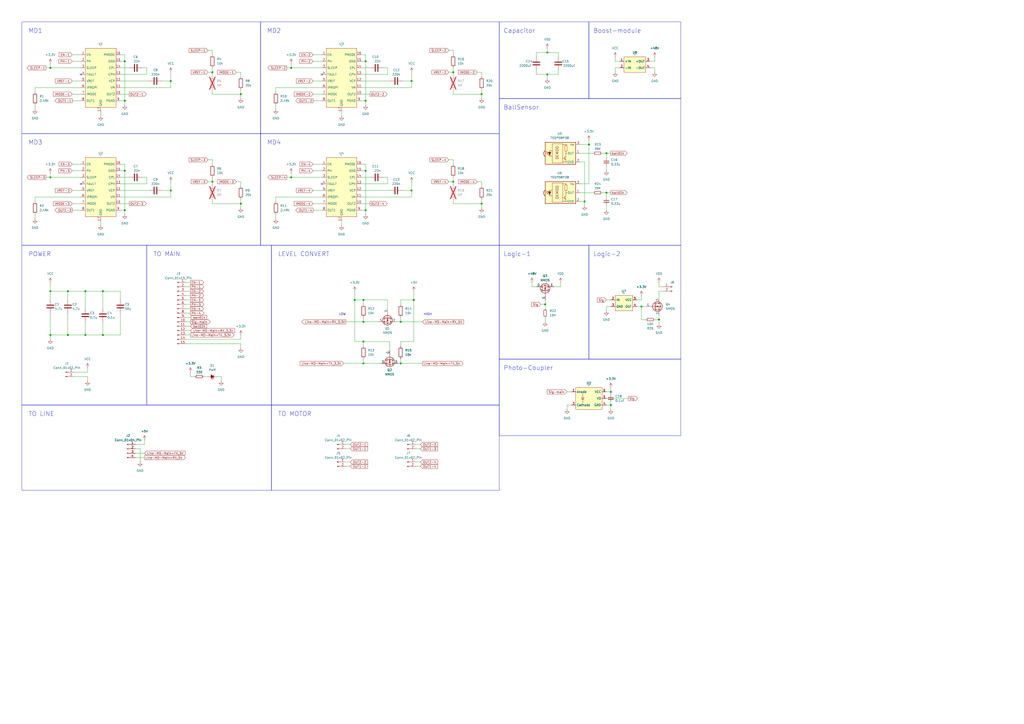
<source format=kicad_sch>
(kicad_sch (version 20231120) (generator "eeschema") (generator_version "8.0")
  (paper "A2")
  (junction (at 262.89 105.41))
  (junction (at 59.69 168.91))
  (junction (at 212.09 58.42))
  (junction (at 210.82 198.12))
  (junction (at 354.33 227.33))
  (junction (at 212.09 99.06))
  (junction (at 123.19 41.91))
  (junction (at 279.4 54.61))
  (junction (at 99.06 110.49))
  (junction (at 72.39 58.42))
  (junction (at 29.21 39.37))
  (junction (at 210.82 173.99))
  (junction (at 238.76 46.99))
  (junction (at 240.03 173.99))
  (junction (at 123.19 105.41))
  (junction (at 382.27 185.42))
  (junction (at 29.21 194.31))
  (junction (at 210.82 186.69))
  (junction (at 168.91 102.87))
  (junction (at 351.79 111.76))
  (junction (at 316.23 176.53))
  (junction (at 39.37 194.31))
  (junction (at 99.06 46.99))
  (junction (at 49.53 194.31))
  (junction (at 317.5 30.48))
  (junction (at 205.74 173.99))
  (junction (at 59.69 194.31))
  (junction (at 139.7 54.61))
  (junction (at 339.09 116.84))
  (junction (at 279.4 118.11))
  (junction (at 232.41 210.82))
  (junction (at 210.82 210.82))
  (junction (at 212.09 35.56))
  (junction (at 39.37 168.91))
  (junction (at 354.33 234.95))
  (junction (at 72.39 35.56))
  (junction (at 351.79 88.9))
  (junction (at 372.11 177.8))
  (junction (at 212.09 121.92))
  (junction (at 72.39 99.06))
  (junction (at 29.21 102.87))
  (junction (at 232.41 186.69))
  (junction (at 317.5 43.18))
  (junction (at 238.76 110.49))
  (junction (at 341.63 83.82))
  (junction (at 168.91 39.37))
  (junction (at 262.89 41.91))
  (junction (at 139.7 118.11))
  (junction (at 49.53 168.91))
  (junction (at 29.21 168.91))
  (junction (at 72.39 121.92))
  (no_connect (at 186.69 106.68))
  (no_connect (at 46.99 43.18))
  (no_connect (at 46.99 106.68))
  (no_connect (at 186.69 43.18))
  (wire (pts (xy 110.49 163.83) (xy 107.95 163.83)))
  (wire (pts (xy 351.79 111.76) (xy 351.79 114.3)))
  (wire (pts (xy 226.06 198.12) (xy 226.06 203.2)))
  (wire (pts (xy 209.55 95.25) (xy 212.09 95.25)))
  (wire (pts (xy 82.55 39.37) (xy 85.09 39.37)))
  (wire (pts (xy 240.03 198.12) (xy 232.41 198.12)))
  (wire (pts (xy 328.93 234.95) (xy 328.93 237.49)))
  (wire (pts (xy 210.82 198.12) (xy 210.82 200.66)))
  (wire (pts (xy 82.55 102.87) (xy 85.09 102.87)))
  (wire (pts (xy 214.63 39.37) (xy 209.55 39.37)))
  (wire (pts (xy 372.11 173.99) (xy 369.57 173.99)))
  (wire (pts (xy 359.41 35.56) (xy 356.87 35.56)))
  (wire (pts (xy 232.41 208.28) (xy 232.41 210.82)))
  (wire (pts (xy 224.79 179.07) (xy 224.79 173.99)))
  (wire (pts (xy 351.79 96.52) (xy 351.79 99.06)))
  (wire (pts (xy 379.73 39.37) (xy 379.73 41.91)))
  (wire (pts (xy 26.67 102.87) (xy 29.21 102.87)))
  (wire (pts (xy 359.41 39.37) (xy 356.87 39.37)))
  (wire (pts (xy 69.85 35.56) (xy 72.39 35.56)))
  (wire (pts (xy 110.49 218.44) (xy 113.03 218.44)))
  (wire (pts (xy 86.36 46.99) (xy 69.85 46.99)))
  (wire (pts (xy 58.42 128.27) (xy 58.42 130.81)))
  (wire (pts (xy 83.82 255.27) (xy 83.82 257.81)))
  (wire (pts (xy 205.74 173.99) (xy 205.74 198.12)))
  (wire (pts (xy 233.68 110.49) (xy 238.76 110.49)))
  (wire (pts (xy 99.06 110.49) (xy 99.06 114.3)))
  (wire (pts (xy 139.7 196.85) (xy 139.7 194.31)))
  (wire (pts (xy 276.86 41.91) (xy 279.4 41.91)))
  (wire (pts (xy 222.25 39.37) (xy 224.79 39.37)))
  (wire (pts (xy 200.66 267.97) (xy 203.2 267.97)))
  (wire (pts (xy 382.27 182.88) (xy 382.27 185.42)))
  (wire (pts (xy 351.79 234.95) (xy 354.33 234.95)))
  (wire (pts (xy 279.4 52.07) (xy 279.4 54.61)))
  (wire (pts (xy 41.91 35.56) (xy 46.99 35.56)))
  (wire (pts (xy 139.7 105.41) (xy 139.7 107.95)))
  (wire (pts (xy 341.63 81.28) (xy 341.63 83.82)))
  (wire (pts (xy 209.55 106.68) (xy 224.79 106.68)))
  (wire (pts (xy 382.27 163.83) (xy 382.27 166.37)))
  (wire (pts (xy 107.95 186.69) (xy 110.49 186.69)))
  (wire (pts (xy 39.37 194.31) (xy 49.53 194.31)))
  (wire (pts (xy 349.25 88.9) (xy 351.79 88.9)))
  (wire (pts (xy 72.39 31.75) (xy 72.39 35.56)))
  (wire (pts (xy 166.37 102.87) (xy 168.91 102.87)))
  (wire (pts (xy 107.95 199.39) (xy 139.7 199.39)))
  (wire (pts (xy 110.49 189.23) (xy 107.95 189.23)))
  (wire (pts (xy 209.55 121.92) (xy 212.09 121.92)))
  (wire (pts (xy 107.95 196.85) (xy 139.7 196.85)))
  (wire (pts (xy 224.79 39.37) (xy 224.79 43.18)))
  (wire (pts (xy 210.82 208.28) (xy 210.82 210.82)))
  (wire (pts (xy 241.3 257.81) (xy 243.84 257.81)))
  (wire (pts (xy 372.11 177.8) (xy 372.11 185.42)))
  (wire (pts (xy 120.65 105.41) (xy 123.19 105.41)))
  (wire (pts (xy 58.42 64.77) (xy 58.42 67.31)))
  (wire (pts (xy 137.16 41.91) (xy 139.7 41.91)))
  (wire (pts (xy 260.35 41.91) (xy 262.89 41.91)))
  (wire (pts (xy 354.33 227.33) (xy 354.33 228.6)))
  (wire (pts (xy 99.06 105.41) (xy 99.06 110.49)))
  (wire (pts (xy 232.41 198.12) (xy 232.41 200.66)))
  (wire (pts (xy 186.69 114.3) (xy 160.02 114.3)))
  (wire (pts (xy 317.5 30.48) (xy 317.5 27.94)))
  (wire (pts (xy 210.82 186.69) (xy 219.71 186.69)))
  (wire (pts (xy 139.7 115.57) (xy 139.7 118.11)))
  (wire (pts (xy 224.79 173.99) (xy 210.82 173.99)))
  (wire (pts (xy 323.85 40.64) (xy 323.85 43.18)))
  (wire (pts (xy 41.91 31.75) (xy 46.99 31.75)))
  (wire (pts (xy 339.09 93.98) (xy 339.09 116.84)))
  (wire (pts (xy 41.91 121.92) (xy 46.99 121.92)))
  (wire (pts (xy 232.41 176.53) (xy 232.41 173.99)))
  (wire (pts (xy 311.15 33.02) (xy 311.15 30.48)))
  (wire (pts (xy 20.32 63.5) (xy 20.32 60.96)))
  (wire (pts (xy 99.06 50.8) (xy 69.85 50.8)))
  (wire (pts (xy 308.61 163.83) (xy 308.61 166.37)))
  (wire (pts (xy 49.53 194.31) (xy 59.69 194.31)))
  (wire (pts (xy 351.79 111.76) (xy 354.33 111.76)))
  (wire (pts (xy 50.8 213.36) (xy 50.8 215.9)))
  (wire (pts (xy 205.74 168.91) (xy 205.74 173.99)))
  (wire (pts (xy 238.76 110.49) (xy 238.76 114.3)))
  (wire (pts (xy 260.35 29.21) (xy 262.89 29.21)))
  (wire (pts (xy 276.86 105.41) (xy 279.4 105.41)))
  (wire (pts (xy 69.85 194.31) (xy 59.69 194.31)))
  (wire (pts (xy 240.03 173.99) (xy 240.03 198.12)))
  (wire (pts (xy 210.82 210.82) (xy 220.98 210.82)))
  (wire (pts (xy 339.09 116.84) (xy 339.09 119.38)))
  (wire (pts (xy 205.74 173.99) (xy 210.82 173.99)))
  (wire (pts (xy 238.76 105.41) (xy 238.76 110.49)))
  (wire (pts (xy 372.11 185.42) (xy 374.65 185.42)))
  (wire (pts (xy 328.93 227.33) (xy 331.47 227.33)))
  (wire (pts (xy 238.76 50.8) (xy 209.55 50.8)))
  (wire (pts (xy 222.25 102.87) (xy 224.79 102.87)))
  (wire (pts (xy 260.35 92.71) (xy 262.89 92.71)))
  (wire (pts (xy 107.95 181.61) (xy 110.49 181.61)))
  (wire (pts (xy 139.7 118.11) (xy 139.7 120.65)))
  (wire (pts (xy 168.91 39.37) (xy 186.69 39.37)))
  (wire (pts (xy 160.02 127) (xy 160.02 124.46)))
  (wire (pts (xy 241.3 270.51) (xy 243.84 270.51)))
  (wire (pts (xy 123.19 92.71) (xy 123.19 95.25)))
  (wire (pts (xy 120.65 92.71) (xy 123.19 92.71)))
  (wire (pts (xy 205.74 198.12) (xy 210.82 198.12)))
  (wire (pts (xy 123.19 118.11) (xy 139.7 118.11)))
  (wire (pts (xy 186.69 50.8) (xy 160.02 50.8)))
  (wire (pts (xy 262.89 118.11) (xy 279.4 118.11)))
  (wire (pts (xy 29.21 36.83) (xy 29.21 39.37)))
  (wire (pts (xy 382.27 168.91) (xy 382.27 172.72)))
  (wire (pts (xy 107.95 179.07) (xy 110.49 179.07)))
  (wire (pts (xy 279.4 115.57) (xy 279.4 118.11)))
  (wire (pts (xy 209.55 99.06) (xy 212.09 99.06)))
  (wire (pts (xy 354.33 233.68) (xy 354.33 234.95)))
  (wire (pts (xy 181.61 110.49) (xy 186.69 110.49)))
  (wire (pts (xy 372.11 177.8) (xy 374.65 177.8)))
  (wire (pts (xy 262.89 105.41) (xy 262.89 107.95)))
  (wire (pts (xy 41.91 46.99) (xy 46.99 46.99)))
  (wire (pts (xy 110.49 166.37) (xy 107.95 166.37)))
  (wire (pts (xy 59.69 168.91) (xy 69.85 168.91)))
  (wire (pts (xy 69.85 106.68) (xy 85.09 106.68)))
  (wire (pts (xy 262.89 29.21) (xy 262.89 31.75)))
  (wire (pts (xy 20.32 50.8) (xy 20.32 53.34)))
  (wire (pts (xy 20.32 127) (xy 20.32 124.46)))
  (wire (pts (xy 137.16 105.41) (xy 139.7 105.41)))
  (wire (pts (xy 69.85 168.91) (xy 69.85 173.99)))
  (wire (pts (xy 39.37 181.61) (xy 39.37 194.31)))
  (wire (pts (xy 85.09 102.87) (xy 85.09 106.68)))
  (wire (pts (xy 212.09 95.25) (xy 212.09 99.06)))
  (wire (pts (xy 279.4 41.91) (xy 279.4 44.45)))
  (wire (pts (xy 212.09 31.75) (xy 212.09 35.56)))
  (wire (pts (xy 351.79 173.99) (xy 354.33 173.99)))
  (wire (pts (xy 200.66 257.81) (xy 203.2 257.81)))
  (wire (pts (xy 336.55 111.76) (xy 344.17 111.76)))
  (wire (pts (xy 69.85 58.42) (xy 72.39 58.42)))
  (wire (pts (xy 168.91 102.87) (xy 186.69 102.87)))
  (wire (pts (xy 110.49 194.31) (xy 107.95 194.31)))
  (wire (pts (xy 336.55 106.68) (xy 341.63 106.68)))
  (wire (pts (xy 50.8 218.44) (xy 43.18 218.44)))
  (wire (pts (xy 279.4 54.61) (xy 279.4 57.15)))
  (wire (pts (xy 41.91 99.06) (xy 46.99 99.06)))
  (wire (pts (xy 181.61 58.42) (xy 186.69 58.42)))
  (wire (pts (xy 59.69 168.91) (xy 59.69 179.07)))
  (wire (pts (xy 325.12 166.37) (xy 321.31 166.37)))
  (wire (pts (xy 209.55 35.56) (xy 212.09 35.56)))
  (wire (pts (xy 93.98 46.99) (xy 99.06 46.99)))
  (wire (pts (xy 123.19 54.61) (xy 139.7 54.61)))
  (wire (pts (xy 308.61 166.37) (xy 311.15 166.37)))
  (wire (pts (xy 93.98 110.49) (xy 99.06 110.49)))
  (wire (pts (xy 29.21 168.91) (xy 39.37 168.91)))
  (wire (pts (xy 139.7 201.93) (xy 139.7 199.39)))
  (wire (pts (xy 168.91 100.33) (xy 168.91 102.87)))
  (wire (pts (xy 241.3 267.97) (xy 243.84 267.97)))
  (wire (pts (xy 199.39 210.82) (xy 210.82 210.82)))
  (wire (pts (xy 168.91 36.83) (xy 168.91 39.37)))
  (wire (pts (xy 181.61 35.56) (xy 186.69 35.56)))
  (wire (pts (xy 209.55 43.18) (xy 224.79 43.18)))
  (wire (pts (xy 181.61 54.61) (xy 186.69 54.61)))
  (wire (pts (xy 50.8 218.44) (xy 50.8 220.98)))
  (wire (pts (xy 29.21 102.87) (xy 46.99 102.87)))
  (wire (pts (xy 262.89 102.87) (xy 262.89 105.41)))
  (wire (pts (xy 99.06 114.3) (xy 69.85 114.3)))
  (wire (pts (xy 379.73 33.02) (xy 379.73 35.56)))
  (wire (pts (xy 41.91 95.25) (xy 46.99 95.25)))
  (wire (pts (xy 341.63 83.82) (xy 341.63 106.68)))
  (wire (pts (xy 262.89 54.61) (xy 279.4 54.61)))
  (wire (pts (xy 181.61 95.25) (xy 186.69 95.25)))
  (wire (pts (xy 29.21 100.33) (xy 29.21 102.87)))
  (wire (pts (xy 313.69 176.53) (xy 316.23 176.53)))
  (wire (pts (xy 241.3 260.35) (xy 243.84 260.35)))
  (wire (pts (xy 39.37 168.91) (xy 49.53 168.91)))
  (wire (pts (xy 210.82 198.12) (xy 226.06 198.12)))
  (wire (pts (xy 166.37 39.37) (xy 168.91 39.37)))
  (wire (pts (xy 69.85 181.61) (xy 69.85 194.31)))
  (wire (pts (xy 120.65 41.91) (xy 123.19 41.91)))
  (wire (pts (xy 328.93 234.95) (xy 331.47 234.95)))
  (wire (pts (xy 262.89 39.37) (xy 262.89 41.91)))
  (wire (pts (xy 354.33 224.79) (xy 354.33 227.33)))
  (wire (pts (xy 311.15 30.48) (xy 317.5 30.48)))
  (wire (pts (xy 39.37 173.99) (xy 39.37 168.91)))
  (wire (pts (xy 226.06 46.99) (xy 209.55 46.99)))
  (wire (pts (xy 200.66 186.69) (xy 210.82 186.69)))
  (wire (pts (xy 29.21 39.37) (xy 46.99 39.37)))
  (wire (pts (xy 323.85 30.48) (xy 323.85 33.02)))
  (wire (pts (xy 232.41 210.82) (xy 245.11 210.82)))
  (wire (pts (xy 200.66 270.51) (xy 203.2 270.51)))
  (wire (pts (xy 78.74 262.89) (xy 83.82 262.89)))
  (wire (pts (xy 99.06 41.91) (xy 99.06 46.99)))
  (wire (pts (xy 49.53 168.91) (xy 59.69 168.91)))
  (wire (pts (xy 123.19 41.91) (xy 123.19 44.45)))
  (wire (pts (xy 107.95 173.99) (xy 110.49 173.99)))
  (wire (pts (xy 72.39 35.56) (xy 72.39 58.42)))
  (wire (pts (xy 41.91 118.11) (xy 46.99 118.11)))
  (wire (pts (xy 29.21 181.61) (xy 29.21 194.31)))
  (wire (pts (xy 29.21 168.91) (xy 29.21 173.99)))
  (wire (pts (xy 262.89 52.07) (xy 262.89 54.61)))
  (wire (pts (xy 214.63 118.11) (xy 209.55 118.11)))
  (wire (pts (xy 49.53 168.91) (xy 49.53 179.07)))
  (wire (pts (xy 198.12 128.27) (xy 198.12 130.81)))
  (wire (pts (xy 107.95 171.45) (xy 110.49 171.45)))
  (wire (pts (xy 85.09 39.37) (xy 85.09 43.18)))
  (wire (pts (xy 181.61 121.92) (xy 186.69 121.92)))
  (wire (pts (xy 336.55 88.9) (xy 344.17 88.9)))
  (wire (pts (xy 325.12 163.83) (xy 325.12 166.37)))
  (wire (pts (xy 226.06 110.49) (xy 209.55 110.49)))
  (wire (pts (xy 69.85 121.92) (xy 72.39 121.92)))
  (wire (pts (xy 181.61 31.75) (xy 186.69 31.75)))
  (wire (pts (xy 238.76 114.3) (xy 209.55 114.3)))
  (wire (pts (xy 110.49 215.9) (xy 110.49 218.44)))
  (wire (pts (xy 232.41 186.69) (xy 229.87 186.69)))
  (wire (pts (xy 232.41 186.69) (xy 245.11 186.69)))
  (wire (pts (xy 377.19 35.56) (xy 379.73 35.56)))
  (wire (pts (xy 72.39 60.96) (xy 72.39 58.42)))
  (wire (pts (xy 86.36 110.49) (xy 69.85 110.49)))
  (wire (pts (xy 181.61 118.11) (xy 186.69 118.11)))
  (wire (pts (xy 209.55 31.75) (xy 212.09 31.75)))
  (wire (pts (xy 354.33 234.95) (xy 354.33 237.49)))
  (wire (pts (xy 46.99 50.8) (xy 20.32 50.8)))
  (wire (pts (xy 123.19 29.21) (xy 123.19 31.75)))
  (wire (pts (xy 351.79 88.9) (xy 351.79 91.44)))
  (wire (pts (xy 107.95 168.91) (xy 110.49 168.91)))
  (wire (pts (xy 74.93 54.61) (xy 69.85 54.61)))
  (wire (pts (xy 382.27 185.42) (xy 382.27 187.96)))
  (wire (pts (xy 351.79 119.38) (xy 351.79 121.92)))
  (wire (pts (xy 238.76 41.91) (xy 238.76 46.99)))
  (wire (pts (xy 181.61 99.06) (xy 186.69 99.06)))
  (wire (pts (xy 81.28 260.35) (xy 78.74 260.35)))
  (wire (pts (xy 139.7 54.61) (xy 139.7 57.15)))
  (wire (pts (xy 50.8 215.9) (xy 43.18 215.9)))
  (wire (pts (xy 351.79 177.8) (xy 351.79 180.34)))
  (wire (pts (xy 203.2 260.35) (xy 200.66 260.35)))
  (wire (pts (xy 316.23 186.69) (xy 316.23 184.15)))
  (wire (pts (xy 349.25 111.76) (xy 351.79 111.76)))
  (wire (pts (xy 123.19 115.57) (xy 123.19 118.11)))
  (wire (pts (xy 81.28 260.35) (xy 81.28 267.97)))
  (wire (pts (xy 382.27 166.37) (xy 384.81 166.37)))
  (wire (pts (xy 120.65 29.21) (xy 123.19 29.21)))
  (wire (pts (xy 379.73 185.42) (xy 382.27 185.42)))
  (wire (pts (xy 212.09 99.06) (xy 212.09 121.92)))
  (wire (pts (xy 311.15 43.18) (xy 317.5 43.18)))
  (wire (pts (xy 316.23 176.53) (xy 316.23 173.99)))
  (wire (pts (xy 356.87 33.02) (xy 356.87 35.56)))
  (wire (pts (xy 232.41 173.99) (xy 240.03 173.99)))
  (wire (pts (xy 336.55 116.84) (xy 339.09 116.84)))
  (wire (pts (xy 214.63 102.87) (xy 209.55 102.87)))
  (wire (pts (xy 160.02 63.5) (xy 160.02 60.96)))
  (wire (pts (xy 369.57 177.8) (xy 372.11 177.8)))
  (wire (pts (xy 69.85 43.18) (xy 85.09 43.18)))
  (wire (pts (xy 123.19 39.37) (xy 123.19 41.91)))
  (wire (pts (xy 83.82 257.81) (xy 78.74 257.81)))
  (wire (pts (xy 72.39 124.46) (xy 72.39 121.92)))
  (wire (pts (xy 74.93 102.87) (xy 69.85 102.87)))
  (wire (pts (xy 74.93 118.11) (xy 69.85 118.11)))
  (wire (pts (xy 41.91 58.42) (xy 46.99 58.42)))
  (wire (pts (xy 336.55 93.98) (xy 339.09 93.98)))
  (wire (pts (xy 74.93 39.37) (xy 69.85 39.37)))
  (wire (pts (xy 41.91 54.61) (xy 46.99 54.61)))
  (wire (pts (xy 356.87 39.37) (xy 356.87 41.91)))
  (wire (pts (xy 262.89 41.91) (xy 262.89 44.45)))
  (wire (pts (xy 240.03 173.99) (xy 240.03 168.91)))
  (wire (pts (xy 232.41 184.15) (xy 232.41 186.69)))
  (wire (pts (xy 317.5 43.18) (xy 317.5 45.72)))
  (wire (pts (xy 29.21 163.83) (xy 29.21 168.91)))
  (wire (pts (xy 29.21 194.31) (xy 39.37 194.31)))
  (wire (pts (xy 49.53 186.69) (xy 49.53 194.31)))
  (wire (pts (xy 317.5 30.48) (xy 323.85 30.48)))
  (wire (pts (xy 123.19 52.07) (xy 123.19 54.61)))
  (wire (pts (xy 160.02 50.8) (xy 160.02 53.34)))
  (wire (pts (xy 262.89 115.57) (xy 262.89 118.11)))
  (wire (pts (xy 26.67 39.37) (xy 29.21 39.37)))
  (wire (pts (xy 110.49 191.77) (xy 107.95 191.77)))
  (wire (pts (xy 69.85 99.06) (xy 72.39 99.06)))
  (wire (pts (xy 238.76 46.99) (xy 238.76 50.8)))
  (wire (pts (xy 262.89 92.71) (xy 262.89 95.25)))
  (wire (pts (xy 224.79 102.87) (xy 224.79 106.68)))
  (wire (pts (xy 279.4 118.11) (xy 279.4 120.65)))
  (wire (pts (xy 372.11 171.45) (xy 372.11 173.99)))
  (wire (pts (xy 311.15 40.64) (xy 311.15 43.18)))
  (wire (pts (xy 210.82 186.69) (xy 210.82 184.15)))
  (wire (pts (xy 128.27 220.98) (xy 128.27 218.44)))
  (wire (pts (xy 233.68 46.99) (xy 238.76 46.99)))
  (wire (pts (xy 212.09 124.46) (xy 212.09 121.92)))
  (wire (pts (xy 29.21 196.85) (xy 29.21 194.31)))
  (wire (pts (xy 69.85 31.75) (xy 72.39 31.75)))
  (wire (pts (xy 354.33 88.9) (xy 351.79 88.9)))
  (wire (pts (xy 212.09 60.96) (xy 212.09 58.42)))
  (wire (pts (xy 379.73 39.37) (xy 377.19 39.37)))
  (wire (pts (xy 120.65 218.44) (xy 118.11 218.44)))
  (wire (pts (xy 384.81 168.91) (xy 382.27 168.91)))
  (wire (pts (xy 46.99 114.3) (xy 20.32 114.3)))
  (wire (pts (xy 107.95 184.15) (xy 110.49 184.15)))
  (wire (pts (xy 279.4 105.41) (xy 279.4 107.95)))
  (wire (pts (xy 72.39 95.25) (xy 72.39 99.06)))
  (wire (pts (xy 107.95 176.53) (xy 110.49 176.53)))
  (wire (pts (xy 210.82 173.99) (xy 210.82 176.53)))
  (wire (pts (xy 69.85 95.25) (xy 72.39 95.25)))
  (wire (pts (xy 212.09 35.56) (xy 212.09 58.42)))
  (wire (pts (xy 209.55 58.42) (xy 212.09 58.42)))
  (wire (pts (xy 139.7 52.07) (xy 139.7 54.61)))
  (wire (pts (xy 160.02 114.3) (xy 160.02 116.84)))
  (wire (pts (xy 323.85 43.18) (xy 317.5 43.18)))
  (wire (pts (xy 123.19 102.87) (xy 123.19 105.41)))
  (wire (pts (xy 351.79 227.33) (xy 354.33 227.33)))
  (wire (pts (xy 41.91 110.49) (xy 46.99 110.49)))
  (wire (pts (xy 78.74 265.43) (xy 83.82 265.43)))
  (wire (pts (xy 260.35 105.41) (xy 262.89 105.41)))
  (wire (pts (xy 139.7 41.91) (xy 139.7 44.45)))
  (wire (pts (xy 20.32 114.3) (xy 20.32 116.84)))
  (wire (pts (xy 336.55 83.82) (xy 341.63 83.82)))
  (wire (pts (xy 128.27 218.44) (xy 125.73 218.44)))
  (wire (pts (xy 214.63 54.61) (xy 209.55 54.61)))
  (wire (pts (xy 351.79 177.8) (xy 354.33 177.8)))
  (wire (pts (xy 72.39 99.06) (xy 72.39 121.92)))
  (wire (pts (xy 232.41 210.82) (xy 231.14 210.82)))
  (wire (pts (xy 181.61 46.99) (xy 186.69 46.99)))
  (wire (pts (xy 316.23 179.07) (xy 316.23 176.53)))
  (wire (pts (xy 198.12 64.77) (xy 198.12 67.31)))
  (wire (pts (xy 351.79 231.14) (xy 364.49 231.14)))
  (wire (pts (xy 123.19 105.41) (xy 123.19 107.95)))
  (wire (pts (xy 59.69 194.31) (xy 59.69 186.69)))
  (wire (pts (xy 99.06 46.99) (xy 99.06 50.8)))
  (rectangle (start 12.7 12.7) (end 151.13 77.47))
  (rectangle (start 289.56 142.24) (end 341.63 208.28))
  (rectangle (start 157.48 234.95) (end 289.56 284.48))
  (rectangle (start 289.56 57.15) (end 394.97 142.24))
  (rectangle (start 289.56 12.7) (end 341.63 57.15))
  (rectangle (start 12.7 77.47) (end 151.13 142.24))
  (rectangle (start 341.63 142.24) (end 394.97 208.28))
  (rectangle (start 85.09 142.24) (end 157.48 234.95))
  (rectangle (start 341.63 12.7) (end 394.97 57.15))
  (rectangle (start 12.7 142.24) (end 85.09 234.95))
  (rectangle (start 151.13 12.7) (end 289.56 77.47))
  (rectangle (start 157.48 142.24) (end 289.56 234.95))
  (rectangle (start 151.13 77.47) (end 289.56 142.24))
  (rectangle (start 289.56 208.28) (end 394.97 252.73))
  (rectangle (start 12.7 234.95) (end 157.48 284.48))
  (text "LOW" (at 198.628 182.372 0) (effects (font (size 1.27 1.27))))
  (text "BallSensor" (at 292.1 60.96 0) (effects (font (size 2.54 2.54)) (justify left top)))
  (text "MD1" (at 16.51 16.51 0) (effects (font (size 2.54 2.54)) (justify left top)))
  (text "Logic-1" (at 292.1 146.05 0) (effects (font (size 2.54 2.54)) (justify left top)))
  (text "POWER" (at 16.51 146.05 0) (effects (font (size 2.54 2.54)) (justify left top)))
  (text "Boost-module" (at 344.17 16.51 0) (effects (font (size 2.54 2.54)) (justify left top)))
  (text "Capacitor" (at 292.1 16.51 0) (effects (font (size 2.54 2.54)) (justify left top)))
  (text "MD2" (at 154.94 16.51 0) (effects (font (size 2.54 2.54)) (justify left top)))
  (text "LEVEL CONVERT" (at 161.29 146.05 0) (effects (font (size 2.54 2.54)) (justify left top)))
  (text "HIGH" (at 248.158 182.372 0) (effects (font (size 1.27 1.27))))
  (text "Logic-2" (at 344.17 146.05 0) (effects (font (size 2.54 2.54)) (justify left top)))
  (text "TO LINE" (at 16.51 238.76 0) (effects (font (size 2.54 2.54)) (justify left top)))
  (text "MD3" (at 16.51 81.28 0) (effects (font (size 2.54 2.54)) (justify left top)))
  (text "MD4" (at 154.94 81.28 0) (effects (font (size 2.54 2.54)) (justify left top)))
  (text "TO MAIN" (at 88.9 146.05 0) (effects (font (size 2.54 2.54)) (justify left top)))
  (text "TO MOTOR" (at 161.29 238.76 0) (effects (font (size 2.54 2.54)) (justify left top)))
  (text "Photo-Coupler" (at 292.1 212.09 0) (effects (font (size 2.54 2.54)) (justify left top)))
  (global_label "OUT1-1" (shape input) (at 203.2 260.35 0) (property "Intersheetrefs" "${INTERSHEET_REFS}" (effects (hide yes))))
  (global_label "EN-4" (shape output) (at 110.49 179.07 0) (property "Intersheetrefs" "${INTERSHEET_REFS}" (effects (hide yes))))
  (global_label "Line-MD-Main=TX_5V" (shape input) (at 83.82 262.89 0) (property "Intersheetrefs" "${INTERSHEET_REFS}" (effects (hide yes))))
  (global_label "OUT1-4" (shape input) (at 243.84 270.51 0) (property "Intersheetrefs" "${INTERSHEET_REFS}" (effects (hide yes))))
  (global_label "EN-4" (shape input) (at 181.61 95.25 180) (property "Intersheetrefs" "${INTERSHEET_REFS}" (effects (hide yes))))
  (global_label "PH-1" (shape output) (at 110.49 166.37 0) (property "Intersheetrefs" "${INTERSHEET_REFS}" (effects (hide yes))))
  (global_label "PH-4" (shape output) (at 110.49 181.61 0) (property "Intersheetrefs" "${INTERSHEET_REFS}" (effects (hide yes))))
  (global_label "SLEEP-4" (shape input) (at 260.35 92.71 180) (property "Intersheetrefs" "${INTERSHEET_REFS}" (effects (hide yes))))
  (global_label "EN-3" (shape input) (at 41.91 95.25 180) (property "Intersheetrefs" "${INTERSHEET_REFS}" (effects (hide yes))))
  (global_label "ball02k" (shape output) (at 354.33 111.76 0) (property "Intersheetrefs" "${INTERSHEET_REFS}" (effects (hide yes))))
  (global_label "Line-MD-Main=RX_3.3V" (shape output) (at 200.66 186.69 180) (property "Intersheetrefs" "${INTERSHEET_REFS}" (effects (hide yes))))
  (global_label "Line-MD-Main=RX_5V" (shape output) (at 83.82 265.43 0) (property "Intersheetrefs" "${INTERSHEET_REFS}" (effects (hide yes))))
  (global_label "Sig" (shape output) (at 364.49 231.14 0) (property "Intersheetrefs" "${INTERSHEET_REFS}" (effects (hide yes))))
  (global_label "OUT1-1" (shape output) (at 41.91 58.42 180) (property "Intersheetrefs" "${INTERSHEET_REFS}" (effects (hide yes))))
  (global_label "VREF-2" (shape input) (at 181.61 46.99 180) (property "Intersheetrefs" "${INTERSHEET_REFS}" (effects (hide yes))))
  (global_label "EN-2" (shape output) (at 110.49 168.91 0) (property "Intersheetrefs" "${INTERSHEET_REFS}" (effects (hide yes))))
  (global_label "VREF-4" (shape input) (at 181.61 110.49 180) (property "Intersheetrefs" "${INTERSHEET_REFS}" (effects (hide yes))))
  (global_label "OUT1-2" (shape input) (at 203.2 270.51 0) (property "Intersheetrefs" "${INTERSHEET_REFS}" (effects (hide yes))))
  (global_label "SLEEP-1" (shape output) (at 26.67 39.37 180) (property "Intersheetrefs" "${INTERSHEET_REFS}" (effects (hide yes))))
  (global_label "EN-3" (shape output) (at 110.49 173.99 0) (property "Intersheetrefs" "${INTERSHEET_REFS}" (effects (hide yes))))
  (global_label "OUT2-2" (shape output) (at 214.63 54.61 0) (property "Intersheetrefs" "${INTERSHEET_REFS}" (effects (hide yes))))
  (global_label "OUT1-2" (shape output) (at 181.61 58.42 180) (property "Intersheetrefs" "${INTERSHEET_REFS}" (effects (hide yes))))
  (global_label "OUT1-3" (shape output) (at 41.91 121.92 180) (property "Intersheetrefs" "${INTERSHEET_REFS}" (effects (hide yes))))
  (global_label "IMODE-3" (shape input) (at 41.91 118.11 180) (property "Intersheetrefs" "${INTERSHEET_REFS}" (effects (hide yes))))
  (global_label "PH-2" (shape output) (at 110.49 171.45 0) (property "Intersheetrefs" "${INTERSHEET_REFS}" (effects (hide yes))))
  (global_label "Sig-main" (shape input) (at 328.93 227.33 180) (property "Intersheetrefs" "${INTERSHEET_REFS}" (effects (hide yes))))
  (global_label "OUT2-2" (shape input) (at 203.2 267.97 0) (property "Intersheetrefs" "${INTERSHEET_REFS}" (effects (hide yes))))
  (global_label "Line-MD-Main=RX_3.3V" (shape input) (at 110.49 191.77 0) (property "Intersheetrefs" "${INTERSHEET_REFS}" (effects (hide yes))))
  (global_label "IMODE-2" (shape input) (at 276.86 41.91 180) (property "Intersheetrefs" "${INTERSHEET_REFS}" (effects (hide yes))))
  (global_label "Line-MD-Main=TX_3.3V" (shape output) (at 110.49 194.31 0) (property "Intersheetrefs" "${INTERSHEET_REFS}" (effects (hide yes))))
  (global_label "EN-1" (shape output) (at 110.49 163.83 0) (property "Intersheetrefs" "${INTERSHEET_REFS}" (effects (hide yes))))
  (global_label "PH-3" (shape output) (at 110.49 176.53 0) (property "Intersheetrefs" "${INTERSHEET_REFS}" (effects (hide yes))))
  (global_label "OUT2-3" (shape input) (at 243.84 257.81 0) (property "Intersheetrefs" "${INTERSHEET_REFS}" (effects (hide yes))))
  (global_label "ball01k" (shape output) (at 354.33 88.9 0) (property "Intersheetrefs" "${INTERSHEET_REFS}" (effects (hide yes))))
  (global_label "PH-2" (shape input) (at 181.61 35.56 180) (property "Intersheetrefs" "${INTERSHEET_REFS}" (effects (hide yes))))
  (global_label "IMODE-1" (shape input) (at 137.16 41.91 180) (property "Intersheetrefs" "${INTERSHEET_REFS}" (effects (hide yes))))
  (global_label "SLEEP-4" (shape output) (at 166.37 102.87 180) (property "Intersheetrefs" "${INTERSHEET_REFS}" (effects (hide yes))))
  (global_label "SLEEP-3" (shape output) (at 26.67 102.87 180) (property "Intersheetrefs" "${INTERSHEET_REFS}" (effects (hide yes))))
  (global_label "OUT2-1" (shape input) (at 203.2 257.81 0) (property "Intersheetrefs" "${INTERSHEET_REFS}" (effects (hide yes))))
  (global_label "VREF-3" (shape input) (at 120.65 105.41 180) (property "Intersheetrefs" "${INTERSHEET_REFS}" (effects (hide yes))))
  (global_label "IMODE-3" (shape input) (at 137.16 105.41 180) (property "Intersheetrefs" "${INTERSHEET_REFS}" (effects (hide yes))))
  (global_label "Line-MD-Main=TX_5V" (shape output) (at 245.11 210.82 0) (property "Intersheetrefs" "${INTERSHEET_REFS}" (effects (hide yes))))
  (global_label "EN-1" (shape input) (at 41.91 31.75 180) (property "Intersheetrefs" "${INTERSHEET_REFS}" (effects (hide yes))))
  (global_label "IMODE-1" (shape input) (at 41.91 54.61 180) (property "Intersheetrefs" "${INTERSHEET_REFS}" (effects (hide yes))))
  (global_label "OUT2-4" (shape input) (at 243.84 267.97 0) (property "Intersheetrefs" "${INTERSHEET_REFS}" (effects (hide yes))))
  (global_label "VREF-4" (shape input) (at 260.35 105.41 180) (property "Intersheetrefs" "${INTERSHEET_REFS}" (effects (hide yes))))
  (global_label "ball02k" (shape input) (at 110.49 189.23 0) (property "Intersheetrefs" "${INTERSHEET_REFS}" (effects (hide yes))))
  (global_label "OUT1-3" (shape input) (at 243.84 260.35 0) (property "Intersheetrefs" "${INTERSHEET_REFS}" (effects (hide yes))))
  (global_label "Sig" (shape input) (at 313.69 176.53 180) (property "Intersheetrefs" "${INTERSHEET_REFS}" (effects (hide yes))))
  (global_label "VREF-2" (shape input) (at 260.35 41.91 180) (property "Intersheetrefs" "${INTERSHEET_REFS}" (effects (hide yes))))
  (global_label "VREF-3" (shape input) (at 41.91 110.49 180) (property "Intersheetrefs" "${INTERSHEET_REFS}" (effects (hide yes))))
  (global_label "Sig" (shape input) (at 351.79 173.99 180) (property "Intersheetrefs" "${INTERSHEET_REFS}" (effects (hide yes))))
  (global_label "SLEEP-2" (shape output) (at 166.37 39.37 180) (property "Intersheetrefs" "${INTERSHEET_REFS}" (effects (hide yes))))
  (global_label "Line-MD-Main=TX_3.3V" (shape input) (at 199.39 210.82 180) (property "Intersheetrefs" "${INTERSHEET_REFS}" (effects (hide yes))))
  (global_label "OUT1-4" (shape output) (at 181.61 121.92 180) (property "Intersheetrefs" "${INTERSHEET_REFS}" (effects (hide yes))))
  (global_label "IMODE-4" (shape input) (at 276.86 105.41 180) (property "Intersheetrefs" "${INTERSHEET_REFS}" (effects (hide yes))))
  (global_label "IMODE-2" (shape input) (at 181.61 54.61 180) (property "Intersheetrefs" "${INTERSHEET_REFS}" (effects (hide yes))))
  (global_label "ball01k" (shape input) (at 110.49 184.15 0) (property "Intersheetrefs" "${INTERSHEET_REFS}" (effects (hide yes))))
  (global_label "SLEEP-3" (shape input) (at 120.65 92.71 180) (property "Intersheetrefs" "${INTERSHEET_REFS}" (effects (hide yes))))
  (global_label "Sig-main" (shape output) (at 110.49 186.69 0) (property "Intersheetrefs" "${INTERSHEET_REFS}" (effects (hide yes))))
  (global_label "OUT2-1" (shape output) (at 74.93 54.61 0) (property "Intersheetrefs" "${INTERSHEET_REFS}" (effects (hide yes))))
  (global_label "SLEEP-1" (shape input) (at 120.65 29.21 180) (property "Intersheetrefs" "${INTERSHEET_REFS}" (effects (hide yes))))
  (global_label "PH-1" (shape input) (at 41.91 35.56 180) (property "Intersheetrefs" "${INTERSHEET_REFS}" (effects (hide yes))))
  (global_label "EN-2" (shape input) (at 181.61 31.75 180) (property "Intersheetrefs" "${INTERSHEET_REFS}" (effects (hide yes))))
  (global_label "PH-3" (shape input) (at 41.91 99.06 180) (property "Intersheetrefs" "${INTERSHEET_REFS}" (effects (hide yes))))
  (global_label "VREF-1" (shape input) (at 120.65 41.91 180) (property "Intersheetrefs" "${INTERSHEET_REFS}" (effects (hide yes))))
  (global_label "OUT2-4" (shape output) (at 214.63 118.11 0) (property "Intersheetrefs" "${INTERSHEET_REFS}" (effects (hide yes))))
  (global_label "SLEEP-2" (shape input) (at 260.35 29.21 180) (property "Intersheetrefs" "${INTERSHEET_REFS}" (effects (hide yes))))
  (global_label "IMODE-4" (shape input) (at 181.61 118.11 180) (property "Intersheetrefs" "${INTERSHEET_REFS}" (effects (hide yes))))
  (global_label "PH-4" (shape input) (at 181.61 99.06 180) (property "Intersheetrefs" "${INTERSHEET_REFS}" (effects (hide yes))))
  (global_label "Line-MD-Main=RX_5V" (shape input) (at 245.11 186.69 0) (property "Intersheetrefs" "${INTERSHEET_REFS}" (effects (hide yes))))
  (global_label "OUT2-3" (shape output) (at 74.93 118.11 0) (property "Intersheetrefs" "${INTERSHEET_REFS}" (effects (hide yes))))
  (global_label "VREF-1" (shape input) (at 41.91 46.99 180) (property "Intersheetrefs" "${INTERSHEET_REFS}" (effects (hide yes))))
  (symbol (lib_id "power:+3.3V") (at 29.21 36.83 0) (unit 1)
    (property "Reference" "#PWR03" (effects (hide yes)))
    (property "Value" "+3.3V" (at 29.21 31.75 0))
    (property "Description" "Power symbol creates a global label with name \"+3.3V\"" (effects (hide yes)))
  )
  (symbol (lib_id "power:GND") (at 212.09 124.46 0) (unit 1)
    (property "Reference" "#PWR031" (effects (hide yes)))
    (property "Value" "GND" (at 212.09 129.54 0))
    (property "Description" "Power symbol creates a global label with name \"GND\" , ground" (effects (hide yes)))
  )
  (symbol (lib_id "Sensor_Proximity:TSSP58P38") (at 326.39 111.76 0) (unit 1)
    (property "Reference" "U6" (at 324.655 100.33 0))
    (property "Value" "TSSP58P38" (at 324.655 102.87 0))
    (property "Footprint" "OptoDevice:Vishay_MINICAST-3Pin" (effects (hide yes)))
    (property "Datasheet" "http://www.vishay.com/docs/82462/tsop581.pdf" (effects (hide yes)))
    (property "Description" "Photo Modules for PCM Remote Control Systems" (effects (hide yes)))
  )
  (symbol (lib_id "power:GND") (at 279.4 120.65 0) (unit 1)
    (property "Reference" "#PWR036" (effects (hide yes)))
    (property "Value" "GND" (at 279.4 125.73 0))
    (property "Description" "Power symbol creates a global label with name \"GND\" , ground" (effects (hide yes)))
  )
  (symbol (lib_id "Device:R") (at 210.82 180.34 180) (unit 1)
    (property "Reference" "R12" (at 213.36 179.0699 0) (effects (justify right)))
    (property "Value" "10k" (at 213.36 181.6099 0) (effects (justify right)))
    (property "Footprint" "Resistor_SMD:R_0603_1608Metric" (effects (hide yes)))
    (property "Description" "Resistor" (effects (hide yes)))
  )
  (symbol (lib_id "power:GND") (at 279.4 57.15 0) (unit 1)
    (property "Reference" "#PWR035" (effects (hide yes)))
    (property "Value" "GND" (at 279.4 62.23 0))
    (property "Description" "Power symbol creates a global label with name \"GND\" , ground" (effects (hide yes)))
  )
  (symbol (lib_id "power:+5V") (at 83.82 255.27 0) (mirror y) (unit 1)
    (property "Reference" "#PWR014" (effects (hide yes)))
    (property "Value" "+5V" (at 83.82 250.19 0))
    (property "Description" "Power symbol creates a global label with name \"+5V\"" (effects (hide yes)))
  )
  (symbol (lib_id "power:GND") (at 20.32 63.5 0) (unit 1)
    (property "Reference" "#PWR01" (effects (hide yes)))
    (property "Value" "GND" (at 20.32 68.58 0))
    (property "Description" "Power symbol creates a global label with name \"GND\" , ground" (effects (hide yes)))
  )
  (symbol (lib_id "Device:R") (at 123.19 35.56 0) (unit 1)
    (property "Reference" "R4" (at 125.73 34.29 0) (effects (justify left)))
    (property "Value" "10k" (at 125.73 36.83 0) (effects (justify left)))
    (property "Footprint" "Resistor_SMD:R_0603_1608Metric" (effects (hide yes)))
    (property "Description" "Resistor" (effects (hide yes)))
  )
  (symbol (lib_id "power:GND") (at 379.73 41.91 0) (unit 1)
    (property "Reference" "#PWR054" (effects (hide yes)))
    (property "Value" "GND" (at 379.73 46.99 0))
    (property "Description" "Power symbol creates a global label with name \"GND\" , ground" (effects (hide yes)))
  )
  (symbol (lib_id "@2024TOINIOT2-Kicker:XL6009") (at 368.3 33.02 0) (unit 1)
    (property "Reference" "U8" (at 368.3 30.48 0))
    (property "Value" "~" (at 368.3 31.75 0))
    (property "Footprint" "@2024TOINIOT2-Kicker:XL6009-SMD" (effects (hide yes)))
  )
  (symbol (lib_id "Device:R_Small") (at 346.71 88.9 90) (unit 1)
    (property "Reference" "R23" (at 346.71 83.82 90))
    (property "Value" "39K" (at 346.71 86.36 90))
    (property "Footprint" "Resistor_SMD:R_0603_1608Metric" (effects (hide yes)))
    (property "Description" "Resistor, small symbol" (effects (hide yes)))
  )
  (symbol (lib_id "power:GND") (at 212.09 60.96 0) (unit 1)
    (property "Reference" "#PWR030" (effects (hide yes)))
    (property "Value" "GND" (at 212.09 66.04 0))
    (property "Description" "Power symbol creates a global label with name \"GND\" , ground" (effects (hide yes)))
  )
  (symbol (lib_id "Device:C") (at 229.87 46.99 90) (unit 1)
    (property "Reference" "C12" (at 229.87 40.64 90))
    (property "Value" "220n" (at 229.87 43.18 90))
    (property "Footprint" "Capacitor_SMD:C_0603_1608Metric" (effects (hide yes)))
    (property "Description" "Unpolarized capacitor" (effects (hide yes)))
  )
  (symbol (lib_id "power:+48V") (at 379.73 33.02 0) (unit 1)
    (property "Reference" "#PWR053" (effects (hide yes)))
    (property "Value" "+48V" (at 379.73 27.94 0))
    (property "Description" "Power symbol creates a global label with name \"+48V\"" (effects (hide yes)))
  )
  (symbol (lib_id "Device:R_Small") (at 346.71 111.76 90) (unit 1)
    (property "Reference" "R24" (at 346.71 106.68 90))
    (property "Value" "39K" (at 346.71 109.22 90))
    (property "Footprint" "Resistor_SMD:R_0603_1608Metric" (effects (hide yes)))
    (property "Description" "Resistor, small symbol" (effects (hide yes)))
  )
  (symbol (lib_id "Device:R") (at 232.41 204.47 0) (unit 1)
    (property "Reference" "R15" (at 234.95 203.1999 0) (effects (justify left)))
    (property "Value" "10k" (at 234.95 205.7399 0) (effects (justify left)))
    (property "Footprint" "Resistor_SMD:R_0603_1608Metric" (effects (hide yes)))
    (property "Description" "Resistor" (effects (hide yes)))
  )
  (symbol (lib_id "Device:C") (at 39.37 177.8 0) (unit 1)
    (property "Reference" "C2" (at 41.91 176.53 0) (effects (justify left)))
    (property "Value" "4.7u" (at 41.91 179.07 0) (effects (justify left)))
    (property "Footprint" "Capacitor_SMD:C_0603_1608Metric" (effects (hide yes)))
    (property "Description" "Unpolarized capacitor" (effects (hide yes)))
  )
  (symbol (lib_id "Device:R") (at 160.02 57.15 0) (unit 1)
    (property "Reference" "R10" (at 162.56 55.88 0) (effects (justify left)))
    (property "Value" "2.49k" (at 162.56 58.42 0) (effects (justify left)))
    (property "Footprint" "Resistor_SMD:R_0603_1608Metric" (effects (hide yes)))
    (property "Description" "Resistor" (effects (hide yes)))
  )
  (symbol (lib_id "Device:C") (at 59.69 182.88 0) (unit 1)
    (property "Reference" "C4" (at 62.23 181.61 0) (effects (justify left)))
    (property "Value" "0.1u" (at 62.23 184.15 0) (effects (justify left)))
    (property "Footprint" "Capacitor_SMD:C_0603_1608Metric" (effects (hide yes)))
    (property "Description" "Unpolarized capacitor" (effects (hide yes)))
  )
  (symbol (lib_id "power:GND") (at 20.32 127 0) (unit 1)
    (property "Reference" "#PWR02" (effects (hide yes)))
    (property "Value" "GND" (at 20.32 132.08 0))
    (property "Description" "Power symbol creates a global label with name \"GND\" , ground" (effects (hide yes)))
  )
  (symbol (lib_id "power:VDD") (at 382.27 163.83 0) (unit 1)
    (property "Reference" "#PWR055" (effects (hide yes)))
    (property "Value" "VDD" (at 382.27 158.75 0))
    (property "Description" "Power symbol creates a global label with name \"VDD\"" (effects (hide yes)))
  )
  (symbol (lib_id "power:GND") (at 339.09 119.38 0) (unit 1)
    (property "Reference" "#PWR043" (effects (hide yes)))
    (property "Value" "GND" (at 339.09 124.46 0))
    (property "Description" "Power symbol creates a global label with name \"GND\" , ground" (effects (hide yes)))
  )
  (symbol (lib_id "power:GND") (at 317.5 45.72 0) (unit 1)
    (property "Reference" "#PWR040" (effects (hide yes)))
    (property "Value" "GND" (at 317.5 50.8 0))
    (property "Description" "Power symbol creates a global label with name \"GND\" , ground" (effects (hide yes)))
  )
  (symbol (lib_id "power:VDD") (at 317.5 27.94 0) (unit 1)
    (property "Reference" "#PWR039" (effects (hide yes)))
    (property "Value" "VDD" (at 317.5 22.86 0))
    (property "Description" "Power symbol creates a global label with name \"VDD\"" (effects (hide yes)))
  )
  (symbol (lib_id "Device:R") (at 160.02 120.65 0) (unit 1)
    (property "Reference" "R11" (at 162.56 119.38 0) (effects (justify left)))
    (property "Value" "2.49k" (at 162.56 121.92 0) (effects (justify left)))
    (property "Footprint" "Resistor_SMD:R_0603_1608Metric" (effects (hide yes)))
    (property "Description" "Resistor" (effects (hide yes)))
  )
  (symbol (lib_id "power:GND") (at 160.02 63.5 0) (unit 1)
    (property "Reference" "#PWR023" (effects (hide yes)))
    (property "Value" "GND" (at 160.02 68.58 0))
    (property "Description" "Power symbol creates a global label with name \"GND\" , ground" (effects (hide yes)))
  )
  (symbol (lib_id "Connector:Conn_01x15_Pin") (at 102.87 181.61 0) (unit 1)
    (property "Reference" "J3" (at 103.505 158.75 0))
    (property "Value" "Conn_01x15_Pin" (at 103.505 161.29 0))
    (property "Footprint" "Connector_FFC-FPC:TE_1-84953-5_1x15-1MP_P1.0mm_Horizontal" (effects (hide yes)))
    (property "Description" "Generic connector, single row, 01x15, script generated" (effects (hide yes)))
  )
  (symbol (lib_id "power:+5V") (at 240.03 168.91 0) (unit 1)
    (property "Reference" "#PWR034" (effects (hide yes)))
    (property "Value" "+5V" (at 240.03 163.83 0))
    (property "Description" "Power symbol creates a global label with name \"+5V\"" (effects (hide yes)))
  )
  (symbol (lib_id "Device:R") (at 20.32 57.15 0) (unit 1)
    (property "Reference" "R1" (at 22.86 55.88 0) (effects (justify left)))
    (property "Value" "2.49k" (at 22.86 58.42 0) (effects (justify left)))
    (property "Footprint" "Resistor_SMD:R_0603_1608Metric" (effects (hide yes)))
    (property "Description" "Resistor" (effects (hide yes)))
  )
  (symbol (lib_id "power:VCC") (at 356.87 33.02 0) (unit 1)
    (property "Reference" "#PWR050" (effects (hide yes)))
    (property "Value" "VCC" (at 356.87 27.94 0))
    (property "Description" "Power symbol creates a global label with name \"VCC\"" (effects (hide yes)))
  )
  (symbol (lib_id "power:GND") (at 58.42 130.81 0) (unit 1)
    (property "Reference" "#PWR010" (effects (hide yes)))
    (property "Value" "GND" (at 58.42 135.89 0))
    (property "Description" "Power symbol creates a global label with name \"GND\" , ground" (effects (hide yes)))
  )
  (symbol (lib_id "Connector:Conn_01x02_Pin") (at 38.1 215.9 0) (unit 1)
    (property "Reference" "J1" (at 38.735 210.82 0))
    (property "Value" "Conn_01x02_Pin" (at 38.735 213.36 0))
    (property "Footprint" "@2024TOINIOT2-MD:XT30U-M" (effects (hide yes)))
    (property "Description" "Generic connector, single row, 01x02, script generated" (effects (hide yes)))
  )
  (symbol (lib_id "Device:C") (at 78.74 39.37 90) (unit 1)
    (property "Reference" "C6" (at 80.01 33.02 90) (effects (justify left)))
    (property "Value" "22n" (at 81.28 35.56 90) (effects (justify left)))
    (property "Footprint" "Capacitor_SMD:C_0603_1608Metric" (effects (hide yes)))
    (property "Description" "Unpolarized capacitor" (effects (hide yes)))
  )
  (symbol (lib_id "power:GND") (at 382.27 187.96 0) (unit 1)
    (property "Reference" "#PWR056" (effects (hide yes)))
    (property "Value" "GND" (at 382.27 193.04 0))
    (property "Description" "Power symbol creates a global label with name \"GND\" , ground" (effects (hide yes)))
  )
  (symbol (lib_id "power:+48V") (at 308.61 163.83 0) (unit 1)
    (property "Reference" "#PWR037" (effects (hide yes)))
    (property "Value" "+48V" (at 308.61 158.75 0))
    (property "Description" "Power symbol creates a global label with name \"+48V\"" (effects (hide yes)))
  )
  (symbol (lib_id "Simulation_SPICE:NMOS") (at 224.79 184.15 270) (unit 1)
    (property "Reference" "Q1" (at 224.79 190.5 90))
    (property "Value" "NMOS" (at 224.79 193.04 90))
    (property "Footprint" "Package_TO_SOT_SMD:SOT-23" (effects (hide yes)))
    (property "Datasheet" "https://ngspice.sourceforge.io/docs/ngspice-html-manual/manual.xhtml#cha_MOSFETs" (effects (hide yes)))
    (property "Description" "N-MOSFET transistor, drain/source/gate" (effects (hide yes)))
    (property "Sim.Device" "NMOS" (effects (hide yes)))
    (property "Sim.Type" "VDMOS" (effects (hide yes)))
    (property "Sim.Pins" "1=D 2=G 3=S" (effects (hide yes)))
  )
  (symbol (lib_id "Device:C") (at 323.85 36.83 0) (unit 1)
    (property "Reference" "C15" (at 326.136 35.56 0) (effects (justify left)))
    (property "Value" "2200uF" (at 330.2 38.1 0))
    (property "Footprint" "Capacitor_THT:CP_Radial_D16.0mm_P7.50mm" (effects (hide yes)))
    (property "Description" "Unpolarized capacitor" (effects (hide yes)))
  )
  (symbol (lib_id "power:GND") (at 351.79 121.92 0) (unit 1)
    (property "Reference" "#PWR046" (effects (hide yes)))
    (property "Value" "GND" (at 351.79 127 0))
    (property "Description" "Power symbol creates a global label with name \"GND\" , ground" (effects (hide yes)))
  )
  (symbol (lib_id "power:GND") (at 139.7 57.15 0) (unit 1)
    (property "Reference" "#PWR019" (effects (hide yes)))
    (property "Value" "GND" (at 139.7 62.23 0))
    (property "Description" "Power symbol creates a global label with name \"GND\" , ground" (effects (hide yes)))
  )
  (symbol (lib_id "Device:C_Small") (at 351.79 116.84 0) (unit 1)
    (property "Reference" "C17" (at 354.33 115.5763 0) (effects (justify left)))
    (property "Value" "0.33u" (at 354.33 118.1163 0) (effects (justify left)))
    (property "Footprint" "Capacitor_SMD:C_0603_1608Metric" (effects (hide yes)))
    (property "Description" "Unpolarized capacitor, small symbol" (effects (hide yes)))
  )
  (symbol (lib_id "Device:C") (at 311.15 36.83 0) (mirror y) (unit 1)
    (property "Reference" "C14" (at 308.864 35.56 0) (effects (justify left)))
    (property "Value" "2200uF" (at 304.8 38.1 0))
    (property "Footprint" "Capacitor_THT:CP_Radial_D16.0mm_P7.50mm" (effects (hide yes)))
    (property "Description" "Unpolarized capacitor" (effects (hide yes)))
  )
  (symbol (lib_id "Device:C_Small") (at 351.79 93.98 0) (unit 1)
    (property "Reference" "C16" (at 354.33 92.7163 0) (effects (justify left)))
    (property "Value" "0.33u" (at 354.33 95.2563 0) (effects (justify left)))
    (property "Footprint" "Capacitor_SMD:C_0603_1608Metric" (effects (hide yes)))
    (property "Description" "Unpolarized capacitor, small symbol" (effects (hide yes)))
  )
  (symbol (lib_id "Device:R") (at 262.89 99.06 0) (unit 1)
    (property "Reference" "R18" (at 265.43 97.79 0) (effects (justify left)))
    (property "Value" "10k" (at 265.43 100.33 0) (effects (justify left)))
    (property "Footprint" "Resistor_SMD:R_0603_1608Metric" (effects (hide yes)))
    (property "Description" "Resistor" (effects (hide yes)))
  )
  (symbol (lib_id "@2024TOINIOT2-MD:DRV8874") (at 198.12 91.44 0) (unit 1)
    (property "Reference" "U4" (at 198.12 88.9 0))
    (property "Value" "~" (at 198.12 90.17 0))
    (property "Footprint" "Package_SO:HTSSOP-16-1EP_4.4x5mm_P0.65mm_EP3.4x5mm" (effects (hide yes)))
  )
  (symbol (lib_id "power:+3.3V") (at 354.33 224.79 0) (unit 1)
    (property "Reference" "#PWR048" (effects (hide yes)))
    (property "Value" "+3.3V" (at 354.33 219.71 0))
    (property "Description" "Power symbol creates a global label with name \"+3.3V\"" (effects (hide yes)))
  )
  (symbol (lib_id "power:GND") (at 72.39 60.96 0) (unit 1)
    (property "Reference" "#PWR011" (effects (hide yes)))
    (property "Value" "GND" (at 72.39 66.04 0))
    (property "Description" "Power symbol creates a global label with name \"GND\" , ground" (effects (hide yes)))
  )
  (symbol (lib_id "power:+3.3V") (at 29.21 100.33 0) (unit 1)
    (property "Reference" "#PWR04" (effects (hide yes)))
    (property "Value" "+3.3V" (at 29.21 95.25 0))
    (property "Description" "Power symbol creates a global label with name \"+3.3V\"" (effects (hide yes)))
  )
  (symbol (lib_id "Device:R") (at 210.82 204.47 180) (unit 1)
    (property "Reference" "R13" (at 213.36 203.1999 0) (effects (justify right)))
    (property "Value" "10k" (at 213.36 205.7399 0) (effects (justify right)))
    (property "Footprint" "Resistor_SMD:R_0603_1608Metric" (effects (hide yes)))
    (property "Description" "Resistor" (effects (hide yes)))
  )
  (symbol (lib_id "power:VCC") (at 99.06 41.91 0) (unit 1)
    (property "Reference" "#PWR015" (effects (hide yes)))
    (property "Value" "VCC" (at 99.06 36.83 0))
    (property "Description" "Power symbol creates a global label with name \"VCC\"" (effects (hide yes)))
  )
  (symbol (lib_id "power:GND") (at 139.7 120.65 0) (unit 1)
    (property "Reference" "#PWR020" (effects (hide yes)))
    (property "Value" "GND" (at 139.7 125.73 0))
    (property "Description" "Power symbol creates a global label with name \"GND\" , ground" (effects (hide yes)))
  )
  (symbol (lib_id "power:GND") (at 81.28 267.97 0) (mirror y) (unit 1)
    (property "Reference" "#PWR013" (effects (hide yes)))
    (property "Value" "GND" (at 81.28 273.05 0))
    (property "Description" "Power symbol creates a global label with name \"GND\" , ground" (effects (hide yes)))
  )
  (symbol (lib_id "power:GND") (at 198.12 130.81 0) (unit 1)
    (property "Reference" "#PWR028" (effects (hide yes)))
    (property "Value" "GND" (at 198.12 135.89 0))
    (property "Description" "Power symbol creates a global label with name \"GND\" , ground" (effects (hide yes)))
  )
  (symbol (lib_id "@2024TOINIOT2-Kicker:TLP2361") (at 341.63 227.33 0) (unit 1)
    (property "Reference" "D2" (at 341.63 222.25 0))
    (property "Value" "~" (at 341.63 223.52 0))
    (property "Footprint" "Package_SO:SO-5_4.4x3.6mm_P1.27mm" (effects (hide yes)))
  )
  (symbol (lib_id "Device:C") (at 218.44 102.87 90) (unit 1)
    (property "Reference" "C11" (at 219.71 96.52 90) (effects (justify left)))
    (property "Value" "22n" (at 220.98 99.06 90) (effects (justify left)))
    (property "Footprint" "Capacitor_SMD:C_0603_1608Metric" (effects (hide yes)))
    (property "Description" "Unpolarized capacitor" (effects (hide yes)))
  )
  (symbol (lib_id "Connector:Conn_01x02_Pin") (at 195.58 257.81 0) (unit 1)
    (property "Reference" "J4" (at 196.215 252.73 0))
    (property "Value" "Conn_01x02_Pin" (at 196.215 255.27 0))
    (property "Footprint" "@2024TOINIOT2-MD:JST_XH_B2B-XH-A_1x02_P2.50mm_Vertical" (effects (hide yes)))
    (property "Description" "Generic connector, single row, 01x02, script generated" (effects (hide yes)))
  )
  (symbol (lib_id "Device:C") (at 90.17 46.99 90) (unit 1)
    (property "Reference" "C8" (at 90.17 40.64 90))
    (property "Value" "220n" (at 90.17 43.18 90))
    (property "Footprint" "Capacitor_SMD:C_0603_1608Metric" (effects (hide yes)))
    (property "Description" "Unpolarized capacitor" (effects (hide yes)))
  )
  (symbol (lib_id "power:VCC") (at 238.76 41.91 0) (unit 1)
    (property "Reference" "#PWR032" (effects (hide yes)))
    (property "Value" "VCC" (at 238.76 36.83 0))
    (property "Description" "Power symbol creates a global label with name \"VCC\"" (effects (hide yes)))
  )
  (symbol (lib_id "Device:R_Small") (at 115.57 218.44 90) (unit 1)
    (property "Reference" "R3" (at 115.57 213.36 90))
    (property "Value" "330" (at 115.57 215.9 90))
    (property "Footprint" "Resistor_SMD:R_0603_1608Metric" (effects (hide yes)))
    (property "Description" "Resistor, small symbol" (effects (hide yes)))
  )
  (symbol (lib_id "power:+3.3V") (at 205.74 168.91 0) (unit 1)
    (property "Reference" "#PWR029" (effects (hide yes)))
    (property "Value" "+3.3V" (at 205.74 163.83 0))
    (property "Description" "Power symbol creates a global label with name \"+3.3V\"" (effects (hide yes)))
  )
  (symbol (lib_id "Device:R") (at 139.7 111.76 0) (unit 1)
    (property "Reference" "R9" (at 142.24 110.49 0) (effects (justify left)))
    (property "Value" "20k" (at 142.24 113.03 0) (effects (justify left)))
    (property "Footprint" "Resistor_SMD:R_0603_1608Metric" (effects (hide yes)))
    (property "Description" "Resistor" (effects (hide yes)))
  )
  (symbol (lib_id "Sensor_Proximity:TSSP58P38") (at 326.39 88.9 0) (unit 1)
    (property "Reference" "U5" (at 324.655 77.47 0))
    (property "Value" "TSSP58P38" (at 324.655 80.01 0))
    (property "Footprint" "OptoDevice:Vishay_MINICAST-3Pin" (effects (hide yes)))
    (property "Datasheet" "http://www.vishay.com/docs/82462/tsop581.pdf" (effects (hide yes)))
    (property "Description" "Photo Modules for PCM Remote Control Systems" (effects (hide yes)))
  )
  (symbol (lib_id "Device:R") (at 279.4 111.76 0) (unit 1)
    (property "Reference" "R21" (at 281.94 110.49 0) (effects (justify left)))
    (property "Value" "20k" (at 281.94 113.03 0) (effects (justify left)))
    (property "Footprint" "Resistor_SMD:R_0603_1608Metric" (effects (hide yes)))
    (property "Description" "Resistor" (effects (hide yes)))
  )
  (symbol (lib_id "Device:LED_Small_Filled") (at 123.19 218.44 180) (unit 1)
    (property "Reference" "D1" (at 123.1265 212.09 0))
    (property "Value" "PWR" (at 123.1265 214.63 0))
    (property "Footprint" "LED_SMD:LED_0805_2012Metric" (effects (hide yes)))
    (property "Description" "Light emitting diode, small symbol, filled shape" (effects (hide yes)))
  )
  (symbol (lib_id "Device:C") (at 49.53 182.88 0) (unit 1)
    (property "Reference" "C3" (at 52.07 181.61 0) (effects (justify left)))
    (property "Value" "0.1u" (at 52.07 184.15 0) (effects (justify left)))
    (property "Footprint" "Capacitor_SMD:C_0603_1608Metric" (effects (hide yes)))
    (property "Description" "Unpolarized capacitor" (effects (hide yes)))
  )
  (symbol (lib_id "Device:R") (at 262.89 48.26 0) (unit 1) (dnp yes)
    (property "Reference" "R17" (at 265.43 46.99 0) (effects (justify left)))
    (property "Value" "NP" (at 265.43 49.53 0) (effects (justify left)))
    (property "Footprint" "Resistor_SMD:R_0603_1608Metric" (effects (hide yes)))
    (property "Description" "Resistor" (effects (hide yes)))
  )
  (symbol (lib_id "Connector:Conn_01x02_Pin") (at 389.89 166.37 0) (mirror y) (unit 1)
    (property "Reference" "J8" (at 389.89 163.83 0))
    (property "Value" "Conn_01x02_Pin" (effects (hide yes)))
    (property "Footprint" "Connector_JST:JST_XH_S2B-XH-A-1_1x02_P2.50mm_Horizontal" (effects (hide yes)))
    (property "Description" "Generic connector, single row, 01x02, script generated" (effects (hide yes)))
  )
  (symbol (lib_id "Device:R") (at 262.89 111.76 0) (unit 1) (dnp yes)
    (property "Reference" "R19" (at 265.43 110.49 0) (effects (justify left)))
    (property "Value" "NP" (at 265.43 113.03 0) (effects (justify left)))
    (property "Footprint" "Resistor_SMD:R_0603_1608Metric" (effects (hide yes)))
    (property "Description" "Resistor" (effects (hide yes)))
  )
  (symbol (lib_id "Device:C") (at 229.87 110.49 90) (unit 1)
    (property "Reference" "C13" (at 229.87 104.14 90))
    (property "Value" "220n" (at 229.87 106.68 90))
    (property "Footprint" "Capacitor_SMD:C_0603_1608Metric" (effects (hide yes)))
    (property "Description" "Unpolarized capacitor" (effects (hide yes)))
  )
  (symbol (lib_id "@2024TOINIOT2-MD:DRV8874") (at 58.42 91.44 0) (unit 1)
    (property "Reference" "U2" (at 58.42 88.9 0))
    (property "Value" "~" (at 58.42 90.17 0))
    (property "Footprint" "Package_SO:HTSSOP-16-1EP_4.4x5mm_P0.65mm_EP3.4x5mm" (effects (hide yes)))
  )
  (symbol (lib_id "power:+3.3V") (at 168.91 36.83 0) (unit 1)
    (property "Reference" "#PWR025" (effects (hide yes)))
    (property "Value" "+3.3V" (at 168.91 31.75 0))
    (property "Description" "Power symbol creates a global label with name \"+3.3V\"" (effects (hide yes)))
  )
  (symbol (lib_id "Device:R") (at 262.89 35.56 0) (unit 1)
    (property "Reference" "R16" (at 265.43 34.29 0) (effects (justify left)))
    (property "Value" "10k" (at 265.43 36.83 0) (effects (justify left)))
    (property "Footprint" "Resistor_SMD:R_0603_1608Metric" (effects (hide yes)))
    (property "Description" "Resistor" (effects (hide yes)))
  )
  (symbol (lib_id "power:VCC") (at 50.8 213.36 0) (unit 1)
    (property "Reference" "#PWR07" (effects (hide yes)))
    (property "Value" "VCC" (at 50.8 208.28 0))
    (property "Description" "Power symbol creates a global label with name \"VCC\"" (effects (hide yes)))
  )
  (symbol (lib_id "Device:R_Small") (at 316.23 181.61 0) (unit 1)
    (property "Reference" "R22" (at 318.77 180.34 0) (effects (justify left)))
    (property "Value" "10K" (at 318.77 182.88 0) (effects (justify left)))
    (property "Footprint" "Resistor_SMD:R_0603_1608Metric" (effects (hide yes)))
    (property "Description" "Resistor, small symbol" (effects (hide yes)))
  )
  (symbol (lib_id "power:VCC") (at 99.06 105.41 0) (unit 1)
    (property "Reference" "#PWR016" (effects (hide yes)))
    (property "Value" "VCC" (at 99.06 100.33 0))
    (property "Description" "Power symbol creates a global label with name \"VCC\"" (effects (hide yes)))
  )
  (symbol (lib_id "power:GND") (at 198.12 67.31 0) (unit 1)
    (property "Reference" "#PWR027" (effects (hide yes)))
    (property "Value" "GND" (at 198.12 72.39 0))
    (property "Description" "Power symbol creates a global label with name \"GND\" , ground" (effects (hide yes)))
  )
  (symbol (lib_id "Device:R") (at 123.19 48.26 0) (unit 1) (dnp yes)
    (property "Reference" "R5" (at 125.73 46.99 0) (effects (justify left)))
    (property "Value" "NP" (at 125.73 49.53 0) (effects (justify left)))
    (property "Footprint" "Resistor_SMD:R_0603_1608Metric" (effects (hide yes)))
    (property "Description" "Resistor" (effects (hide yes)))
  )
  (symbol (lib_id "@2024TOINIOT2-MD:DRV8874") (at 198.12 27.94 0) (unit 1)
    (property "Reference" "U3" (at 198.12 25.4 0))
    (property "Value" "~" (at 198.12 26.67 0))
    (property "Footprint" "Package_SO:HTSSOP-16-1EP_4.4x5mm_P0.65mm_EP3.4x5mm" (effects (hide yes)))
  )
  (symbol (lib_id "power:VCC") (at 238.76 105.41 0) (unit 1)
    (property "Reference" "#PWR033" (effects (hide yes)))
    (property "Value" "VCC" (at 238.76 100.33 0))
    (property "Description" "Power symbol creates a global label with name \"VCC\"" (effects (hide yes)))
  )
  (symbol (lib_id "power:GND") (at 328.93 237.49 0) (unit 1)
    (property "Reference" "#PWR042" (effects (hide yes)))
    (property "Value" "GND" (at 328.93 242.57 0))
    (property "Description" "Power symbol creates a global label with name \"GND\" , ground" (effects (hide yes)))
  )
  (symbol (lib_id "power:+3.3V") (at 139.7 194.31 0) (unit 1)
    (property "Reference" "#PWR021" (effects (hide yes)))
    (property "Value" "+3.3V" (at 139.7 189.23 0))
    (property "Description" "Power symbol creates a global label with name \"+3.3V\"" (effects (hide yes)))
  )
  (symbol (lib_id "power:GND") (at 160.02 127 0) (unit 1)
    (property "Reference" "#PWR024" (effects (hide yes)))
    (property "Value" "GND" (at 160.02 132.08 0))
    (property "Description" "Power symbol creates a global label with name \"GND\" , ground" (effects (hide yes)))
  )
  (symbol (lib_id "Simulation_SPICE:NMOS") (at 226.06 208.28 270) (unit 1)
    (property "Reference" "Q2" (at 226.06 214.63 90))
    (property "Value" "NMOS" (at 226.06 217.17 90))
    (property "Footprint" "Package_TO_SOT_SMD:SOT-23" (effects (hide yes)))
    (property "Datasheet" "https://ngspice.sourceforge.io/docs/ngspice-html-manual/manual.xhtml#cha_MOSFETs" (effects (hide yes)))
    (property "Description" "N-MOSFET transistor, drain/source/gate" (effects (hide yes)))
    (property "Sim.Device" "NMOS" (effects (hide yes)))
    (property "Sim.Type" "VDMOS" (effects (hide yes)))
    (property "Sim.Pins" "1=D 2=G 3=S" (effects (hide yes)))
  )
  (symbol (lib_id "@2023_KickerAdjust:NMOS") (at 316.23 168.91 90) (unit 1)
    (property "Reference" "Q3" (at 316.23 160.02 90))
    (property "Value" "NMOS" (at 316.23 162.56 90))
    (property "Footprint" "Package_TO_SOT_SMD:TO-252-2" (effects (hide yes)))
    (property "Datasheet" "https://ngspice.sourceforge.io/docs/ngspice-manual.pdf" (effects (hide yes)))
    (property "Description" "N-MOSFET transistor, drain/source/gate" (effects (hide yes)))
    (property "Sim.Device" "NMOS" (effects (hide yes)))
    (property "Sim.Type" "VDMOS" (effects (hide yes)))
    (property "Sim.Pins" "1=G 2=D 3=S" (effects (hide yes)))
  )
  (symbol (lib_id "Device:C") (at 29.21 177.8 0) (unit 1)
    (property "Reference" "C1" (at 31.75 176.53 0) (effects (justify left)))
    (property "Value" "4.7u" (at 31.75 179.07 0) (effects (justify left)))
    (property "Footprint" "Capacitor_SMD:C_0603_1608Metric" (effects (hide yes)))
    (property "Description" "Unpolarized capacitor" (effects (hide yes)))
  )
  (symbol (lib_id "Device:R") (at 123.19 99.06 0) (unit 1)
    (property "Reference" "R6" (at 125.73 97.79 0) (effects (justify left)))
    (property "Value" "10k" (at 125.73 100.33 0) (effects (justify left)))
    (property "Footprint" "Resistor_SMD:R_0603_1608Metric" (effects (hide yes)))
    (property "Description" "Resistor" (effects (hide yes)))
  )
  (symbol (lib_id "power:GND") (at 50.8 220.98 0) (unit 1)
    (property "Reference" "#PWR08" (effects (hide yes)))
    (property "Value" "GND" (at 50.8 226.06 0))
    (property "Description" "Power symbol creates a global label with name \"GND\" , ground" (effects (hide yes)))
  )
  (symbol (lib_id "Device:C") (at 218.44 39.37 90) (unit 1)
    (property "Reference" "C10" (at 219.71 33.02 90) (effects (justify left)))
    (property "Value" "22n" (at 220.98 35.56 90) (effects (justify left)))
    (property "Footprint" "Capacitor_SMD:C_0603_1608Metric" (effects (hide yes)))
    (property "Description" "Unpolarized capacitor" (effects (hide yes)))
  )
  (symbol (lib_id "Device:R_Small") (at 377.19 185.42 90) (mirror x) (unit 1)
    (property "Reference" "R25" (at 377.19 190.5 90))
    (property "Value" "10K" (at 377.19 187.96 90))
    (property "Footprint" "Resistor_SMD:R_0603_1608Metric" (effects (hide yes)))
    (property "Description" "Resistor, small symbol" (effects (hide yes)))
  )
  (symbol (lib_id "Device:R") (at 139.7 48.26 0) (unit 1)
    (property "Reference" "R8" (at 142.24 46.99 0) (effects (justify left)))
    (property "Value" "20k" (at 142.24 49.53 0) (effects (justify left)))
    (property "Footprint" "Resistor_SMD:R_0603_1608Metric" (effects (hide yes)))
    (property "Description" "Resistor" (effects (hide yes)))
  )
  (symbol (lib_id "power:VCC") (at 29.21 163.83 0) (unit 1)
    (property "Reference" "#PWR05" (effects (hide yes)))
    (property "Value" "VCC" (at 29.21 158.75 0))
    (property "Description" "Power symbol creates a global label with name \"VCC\"" (effects (hide yes)))
  )
  (symbol (lib_id "@2024TOINIOT2-Kicker:74AHC1G04W5") (at 361.95 171.45 0) (unit 1)
    (property "Reference" "U7" (at 361.95 168.91 0))
    (property "Value" "~" (at 361.95 170.18 0))
    (property "Footprint" "Package_TO_SOT_SMD:SOT-23-5" (effects (hide yes)))
  )
  (symbol (lib_id "power:GND") (at 128.27 220.98 0) (unit 1)
    (property "Reference" "#PWR018" (effects (hide yes)))
    (property "Value" "GND" (at 128.27 226.06 0))
    (property "Description" "Power symbol creates a global label with name \"GND\" , ground" (effects (hide yes)))
  )
  (symbol (lib_id "power:GND") (at 354.33 237.49 0) (unit 1)
    (property "Reference" "#PWR049" (effects (hide yes)))
    (property "Value" "GND" (at 354.33 242.57 0))
    (property "Description" "Power symbol creates a global label with name \"GND\" , ground" (effects (hide yes)))
  )
  (symbol (lib_id "@2023_KickerAdjust:NMOS") (at 379.73 177.8 0) (unit 1)
    (property "Reference" "Q4" (at 386.08 176.53 0) (effects (justify left)))
    (property "Value" "NMOS" (at 386.08 179.07 0) (effects (justify left)))
    (property "Footprint" "Package_TO_SOT_SMD:TO-252-2" (effects (hide yes)))
    (property "Datasheet" "https://ngspice.sourceforge.io/docs/ngspice-manual.pdf" (effects (hide yes)))
    (property "Description" "N-MOSFET transistor, drain/source/gate" (effects (hide yes)))
    (property "Sim.Device" "NMOS" (effects (hide yes)))
    (property "Sim.Type" "VDMOS" (effects (hide yes)))
    (property "Sim.Pins" "1=G 2=D 3=S" (effects (hide yes)))
  )
  (symbol (lib_id "Device:C") (at 90.17 110.49 90) (unit 1)
    (property "Reference" "C9" (at 90.17 104.14 90))
    (property "Value" "220n" (at 90.17 106.68 90))
    (property "Footprint" "Capacitor_SMD:C_0603_1608Metric" (effects (hide yes)))
    (property "Description" "Unpolarized capacitor" (effects (hide yes)))
  )
  (symbol (lib_id "Device:R") (at 279.4 48.26 0) (unit 1)
    (property "Reference" "R20" (at 281.94 46.99 0) (effects (justify left)))
    (property "Value" "20k" (at 281.94 49.53 0) (effects (justify left)))
    (property "Footprint" "Resistor_SMD:R_0603_1608Metric" (effects (hide yes)))
    (property "Description" "Resistor" (effects (hide yes)))
  )
  (symbol (lib_id "Connector:Conn_01x02_Pin") (at 236.22 267.97 0) (unit 1)
    (property "Reference" "J7" (at 236.855 262.89 0))
    (property "Value" "Conn_01x02_Pin" (at 236.855 265.43 0))
    (property "Footprint" "@2024TOINIOT2-MD:JST_XH_B2B-XH-A_1x02_P2.50mm_Vertical" (effects (hide yes)))
    (property "Description" "Generic connector, single row, 01x02, script generated" (effects (hide yes)))
  )
  (symbol (lib_id "power:+3.3V") (at 341.63 81.28 0) (unit 1)
    (property "Reference" "#PWR044" (effects (hide yes)))
    (property "Value" "+3.3V" (at 341.63 76.2 0))
    (property "Description" "Power symbol creates a global label with name \"+3.3V\"" (effects (hide yes)))
  )
  (symbol (lib_id "power:GND") (at 316.23 186.69 0) (unit 1)
    (property "Reference" "#PWR038" (effects (hide yes)))
    (property "Value" "GND" (at 316.23 191.77 0))
    (property "Description" "Power symbol creates a global label with name \"GND\" , ground" (effects (hide yes)))
  )
  (symbol (lib_id "Connector:Conn_01x04_Pin") (at 73.66 260.35 0) (unit 1)
    (property "Reference" "J2" (at 74.295 252.73 0))
    (property "Value" "Conn_01x04_Pin" (at 74.295 255.27 0))
    (property "Footprint" "Connector_JST:JST_XH_S4B-XH-A-1_1x04_P2.50mm_Horizontal" (effects (hide yes)))
    (property "Description" "Generic connector, single row, 01x04, script generated" (effects (hide yes)))
  )
  (symbol (lib_id "power:GND") (at 351.79 99.06 0) (unit 1)
    (property "Reference" "#PWR045" (effects (hide yes)))
    (property "Value" "GND" (at 351.79 104.14 0))
    (property "Description" "Power symbol creates a global label with name \"GND\" , ground" (effects (hide yes)))
  )
  (symbol (lib_id "power:+3.3V") (at 372.11 171.45 0) (unit 1)
    (property "Reference" "#PWR052" (effects (hide yes)))
    (property "Value" "+3.3V" (at 372.11 166.37 0))
    (property "Description" "Power symbol creates a global label with name \"+3.3V\"" (effects (hide yes)))
  )
  (symbol (lib_id "power:VDD") (at 325.12 163.83 0) (unit 1)
    (property "Reference" "#PWR041" (effects (hide yes)))
    (property "Value" "VDD" (at 325.12 158.75 0))
    (property "Description" "Power symbol creates a global label with name \"VDD\"" (effects (hide yes)))
  )
  (symbol (lib_id "power:GND") (at 58.42 67.31 0) (unit 1)
    (property "Reference" "#PWR09" (effects (hide yes)))
    (property "Value" "GND" (at 58.42 72.39 0))
    (property "Description" "Power symbol creates a global label with name \"GND\" , ground" (effects (hide yes)))
  )
  (symbol (lib_id "Device:R") (at 123.19 111.76 0) (unit 1) (dnp yes)
    (property "Reference" "R7" (at 125.73 110.49 0) (effects (justify left)))
    (property "Value" "NP" (at 125.73 113.03 0) (effects (justify left)))
    (property "Footprint" "Resistor_SMD:R_0603_1608Metric" (effects (hide yes)))
    (property "Description" "Resistor" (effects (hide yes)))
  )
  (symbol (lib_id "power:GND") (at 72.39 124.46 0) (unit 1)
    (property "Reference" "#PWR012" (effects (hide yes)))
    (property "Value" "GND" (at 72.39 129.54 0))
    (property "Description" "Power symbol creates a global label with name \"GND\" , ground" (effects (hide yes)))
  )
  (symbol (lib_id "Device:C") (at 78.74 102.87 90) (unit 1)
    (property "Reference" "C7" (at 80.01 96.52 90) (effects (justify left)))
    (property "Value" "22n" (at 81.28 99.06 90) (effects (justify left)))
    (property "Footprint" "Capacitor_SMD:C_0603_1608Metric" (effects (hide yes)))
    (property "Description" "Unpolarized capacitor" (effects (hide yes)))
  )
  (symbol (lib_id "Device:C") (at 69.85 177.8 0) (unit 1)
    (property "Reference" "C5" (at 72.39 176.53 0) (effects (justify left)))
    (property "Value" "50u" (at 72.39 179.07 0) (effects (justify left)))
    (property "Footprint" "Capacitor_SMD:C_0603_1608Metric" (effects (hide yes)))
    (property "Description" "Unpolarized capacitor" (effects (hide yes)))
  )
  (symbol (lib_id "power:GND") (at 351.79 180.34 0) (unit 1)
    (property "Reference" "#PWR047" (effects (hide yes)))
    (property "Value" "GND" (at 351.79 185.42 0))
    (property "Description" "Power symbol creates a global label with name \"GND\" , ground" (effects (hide yes)))
  )
  (symbol (lib_id "power:+3.3V") (at 168.91 100.33 0) (unit 1)
    (property "Reference" "#PWR026" (effects (hide yes)))
    (property "Value" "+3.3V" (at 168.91 95.25 0))
    (property "Description" "Power symbol creates a global label with name \"+3.3V\"" (effects (hide yes)))
  )
  (symbol (lib_id "Device:R") (at 232.41 180.34 0) (unit 1)
    (property "Reference" "R14" (at 234.95 179.0699 0) (effects (justify left)))
    (property "Value" "10k" (at 234.95 181.6099 0) (effects (justify left)))
    (property "Footprint" "Resistor_SMD:R_0603_1608Metric" (effects (hide yes)))
    (property "Description" "Resistor" (effects (hide yes)))
  )
  (symbol (lib_id "Device:R") (at 20.32 120.65 0) (unit 1)
    (property "Reference" "R2" (at 22.86 119.38 0) (effects (justify left)))
    (property "Value" "2.49k" (at 22.86 121.92 0) (effects (justify left)))
    (property "Footprint" "Resistor_SMD:R_0603_1608Metric" (effects (hide yes)))
    (property "Description" "Resistor" (effects (hide yes)))
  )
  (symbol (lib_id "power:GND") (at 29.21 196.85 0) (unit 1)
    (property "Reference" "#PWR06" (effects (hide yes)))
    (property "Value" "GND" (at 29.21 201.93 0))
    (property "Description" "Power symbol creates a global label with name \"GND\" , ground" (effects (hide yes)))
  )
  (symbol (lib_id "power:GND") (at 139.7 201.93 0) (unit 1)
    (property "Reference" "#PWR022" (effects (hide yes)))
    (property "Value" "GND" (at 139.7 207.01 0))
    (property "Description" "Power symbol creates a global label with name \"GND\" , ground" (effects (hide yes)))
  )
  (symbol (lib_id "Connector:Conn_01x02_Pin") (at 195.58 267.97 0) (unit 1)
    (property "Reference" "J5" (at 196.215 262.89 0))
    (property "Value" "Conn_01x02_Pin" (at 196.215 265.43 0))
    (property "Footprint" "@2024TOINIOT2-MD:JST_XH_B2B-XH-A_1x02_P2.50mm_Vertical" (effects (hide yes)))
    (property "Description" "Generic connector, single row, 01x02, script generated" (effects (hide yes)))
  )
  (symbol (lib_id "power:+3.3V") (at 110.49 215.9 0) (unit 1)
    (property "Reference" "#PWR017" (effects (hide yes)))
    (property "Value" "+3.3V" (at 110.49 210.82 0))
    (property "Description" "Power symbol creates a global label with name \"+3.3V\"" (effects (hide yes)))
  )
  (symbol (lib_id "Connector:Conn_01x02_Pin") (at 236.22 257.81 0) (unit 1)
    (property "Reference" "J6" (at 236.855 252.73 0))
    (property "Value" "Conn_01x02_Pin" (at 236.855 255.27 0))
    (property "Footprint" "@2024TOINIOT2-MD:JST_XH_B2B-XH-A_1x02_P2.50mm_Vertical" (effects (hide yes)))
    (property "Description" "Generic connector, single row, 01x02, script generated" (effects (hide yes)))
  )
  (symbol (lib_id "@2024TOINIOT2-MD:DRV8874") (at 58.42 27.94 0) (unit 1)
    (property "Reference" "U1" (at 58.42 25.4 0))
    (property "Value" "~" (at 58.42 26.67 0))
    (property "Footprint" "Package_SO:HTSSOP-16-1EP_4.4x5mm_P0.65mm_EP3.4x5mm" (effects (hide yes)))
  )
  (symbol (lib_id "Device:C_Small") (at 354.33 231.14 0) (unit 1)
    (property "Reference" "C18" (at 356.87 229.8763 0) (effects (justify left)))
    (property "Value" "0.1uF" (at 356.87 232.4163 0) (effects (justify left)))
    (property "Footprint" "Capacitor_SMD:C_0603_1608Metric" (effects (hide yes)))
    (property "Description" "Unpolarized capacitor, small symbol" (effects (hide yes)))
  )
  (symbol (lib_id "power:GND") (at 356.87 41.91 0) (unit 1)
    (property "Reference" "#PWR051" (effects (hide yes)))
    (property "Value" "GND" (at 356.87 46.99 0))
    (property "Description" "Power symbol creates a global label with name \"GND\" , ground" (effects (hide yes)))
  )
)
</source>
